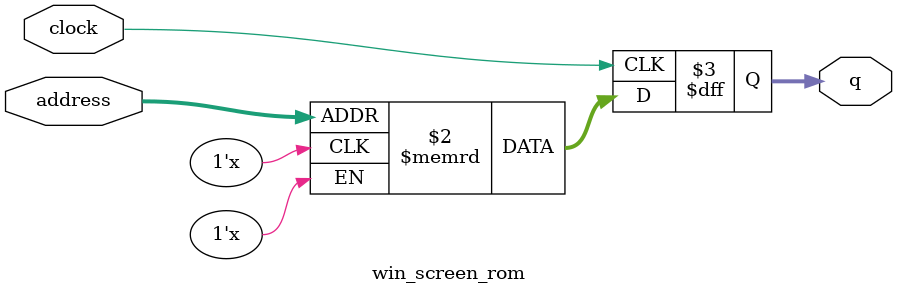
<source format=sv>
module win_screen_rom (
	input logic clock,
	input logic [16:0] address,
	output logic [1:0] q
);

logic [1:0] memory [0:76799] /* synthesis ram_init_file = "./win_screen/win_screen.COE" */;

always_ff @ (posedge clock) begin
	q <= memory[address];
end

endmodule

</source>
